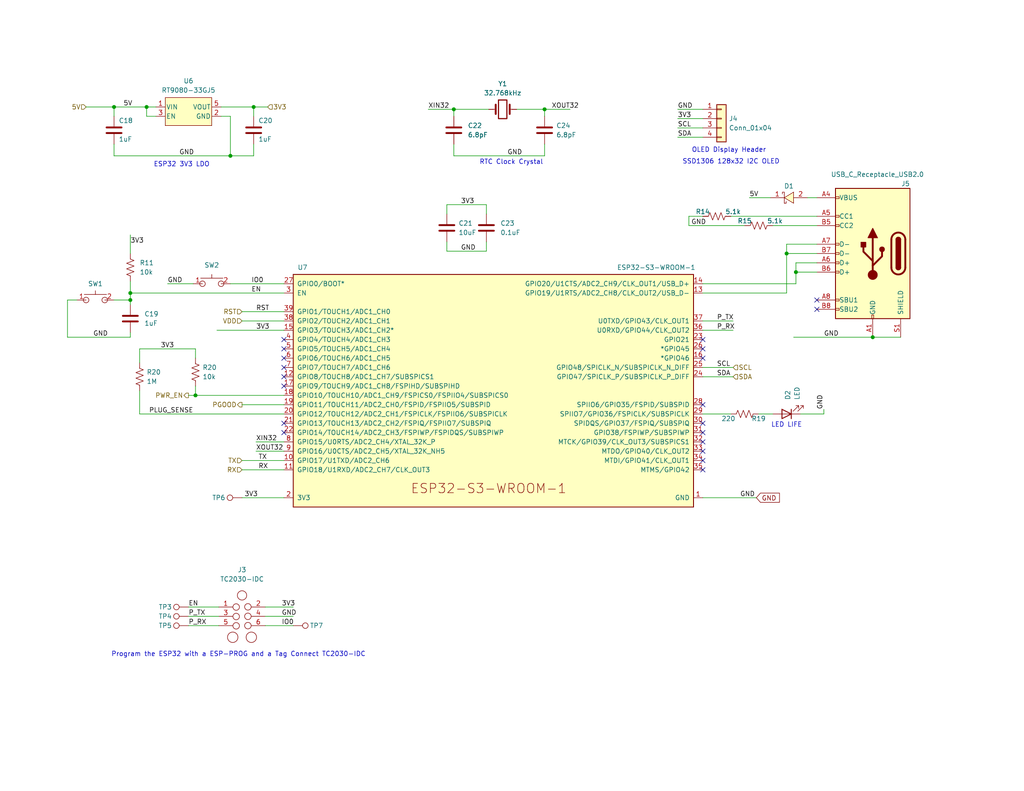
<source format=kicad_sch>
(kicad_sch (version 20231120) (generator "eeschema") (generator_version "8.0")
  (paper "A")
  (title_block (title "Bitaxe Ultra") (date "2023-12-10") (rev "204"))
  (lib_symbols
    (symbol "Connector:TestPoint" (pin_numbers hide) (pin_names (offset 0.762) hide)
      (property "Reference" "TP" (at 0 6.858 0))
      (property "Value" "TestPoint" (at 0 5.08 0))
      (symbol "TestPoint_0_1"
        (circle (center 0 3.302) (radius 0.762))
      )
      (symbol "TestPoint_1_1"
        (pin passive line (at 0 0 90) (length 2.54) (name "1") (number "1"))
      )
    )
    (symbol "Connector:USB_C_Receptacle_USB2.0" (pin_names (offset 1.016))
      (property "Reference" "J" (at -10.16 19.05 0))
      (property "Value" "USB_C_Receptacle_USB2.0" (at 19.05 19.05 0))
      (symbol "USB_C_Receptacle_USB2.0_0_0"
        (rectangle (start -0.254 -17.78) (end 0.254 -16.764))
        (rectangle (start 10.16 -14.986) (end 9.144 -15.494))
        (rectangle (start 10.16 -12.446) (end 9.144 -12.954))
        (rectangle (start 10.16 -4.826) (end 9.144 -5.334))
        (rectangle (start 10.16 -2.286) (end 9.144 -2.794))
        (rectangle (start 10.16 0.254) (end 9.144 -0.254))
        (rectangle (start 10.16 2.794) (end 9.144 2.286))
        (rectangle (start 10.16 7.874) (end 9.144 7.366))
        (rectangle (start 10.16 10.414) (end 9.144 9.906))
        (rectangle (start 10.16 15.494) (end 9.144 14.986))
      )
      (symbol "USB_C_Receptacle_USB2.0_0_1"
        (rectangle (start -10.16 17.78) (end 10.16 -17.78) (stroke (width 0.254)) (fill (type background)))
        (arc (start -8.89 -3.81) (mid -6.985 -5.7067) (end -5.08 -3.81) (stroke (width 0.508)))
        (arc (start -7.62 -3.81) (mid -6.985 -4.4423) (end -6.35 -3.81) (stroke (width 0.254)))
        (arc (start -7.62 -3.81) (mid -6.985 -4.4423) (end -6.35 -3.81) (stroke (width 0.254)) (fill (type outline)))
        (rectangle (start -7.62 -3.81) (end -6.35 3.81) (stroke (width 0.254)) (fill (type outline)))
        (arc (start -6.35 3.81) (mid -6.985 4.4423) (end -7.62 3.81) (stroke (width 0.254)))
        (arc (start -6.35 3.81) (mid -6.985 4.4423) (end -7.62 3.81) (stroke (width 0.254)) (fill (type outline)))
        (arc (start -5.08 3.81) (mid -6.985 5.7067) (end -8.89 3.81) (stroke (width 0.508)))
        (circle (center -2.54 1.143) (radius 0.635) (stroke (width 0.254)) (fill (type outline)))
        (circle (center 0 -5.842) (radius 1.27) (fill (type outline)))
        (polyline (pts (xy -8.89 -3.81) (xy -8.89 3.81)) (stroke (width 0.508)))
        (polyline (pts (xy -5.08 3.81) (xy -5.08 -3.81)) (stroke (width 0.508)))
        (polyline (pts (xy 0 -5.842) (xy 0 4.318)) (stroke (width 0.508)))
        (polyline (pts (xy 0 -3.302) (xy -2.54 -0.762) (xy -2.54 0.508)) (stroke (width 0.508)))
        (polyline (pts (xy 0 -2.032) (xy 2.54 0.508) (xy 2.54 1.778)) (stroke (width 0.508)))
        (polyline (pts (xy -1.27 4.318) (xy 0 6.858) (xy 1.27 4.318) (xy -1.27 4.318)) (stroke (width 0.254)) (fill (type outline)))
        (rectangle (start 1.905 1.778) (end 3.175 3.048) (stroke (width 0.254)) (fill (type outline)))
      )
      (symbol "USB_C_Receptacle_USB2.0_1_1"
        (pin passive line (at 0 -22.86 90) (length 5.08) (name "GND") (number "A1"))
        (pin passive line (at 0 -22.86 90) (length 5.08) hide (name "GND") (number "A12"))
        (pin passive line (at 15.24 15.24 180) (length 5.08) (name "VBUS") (number "A4"))
        (pin bidirectional line (at 15.24 10.16 180) (length 5.08) (name "CC1") (number "A5"))
        (pin bidirectional line (at 15.24 -2.54 180) (length 5.08) (name "D+") (number "A6"))
        (pin bidirectional line (at 15.24 2.54 180) (length 5.08) (name "D-") (number "A7"))
        (pin bidirectional line (at 15.24 -12.7 180) (length 5.08) (name "SBU1") (number "A8"))
        (pin passive line (at 15.24 15.24 180) (length 5.08) hide (name "VBUS") (number "A9"))
        (pin passive line (at 0 -22.86 90) (length 5.08) hide (name "GND") (number "B1"))
        (pin passive line (at 0 -22.86 90) (length 5.08) hide (name "GND") (number "B12"))
        (pin passive line (at 15.24 15.24 180) (length 5.08) hide (name "VBUS") (number "B4"))
        (pin bidirectional line (at 15.24 7.62 180) (length 5.08) (name "CC2") (number "B5"))
        (pin bidirectional line (at 15.24 -5.08 180) (length 5.08) (name "D+") (number "B6"))
        (pin bidirectional line (at 15.24 0 180) (length 5.08) (name "D-") (number "B7"))
        (pin bidirectional line (at 15.24 -15.24 180) (length 5.08) (name "SBU2") (number "B8"))
        (pin passive line (at 15.24 15.24 180) (length 5.08) hide (name "VBUS") (number "B9"))
        (pin passive line (at -7.62 -22.86 90) (length 5.08) (name "SHIELD") (number "S1"))
      )
    )
    (symbol "Connector_Generic:Conn_01x04" (pin_names (offset 1.016) hide)
      (property "Reference" "J" (at 0 5.08 0))
      (property "Value" "Conn_01x04" (at 0 -7.62 0))
      (symbol "Conn_01x04_1_1"
        (rectangle (start -1.27 -4.953) (end 0 -5.207) (stroke (width 0.1524)))
        (rectangle (start -1.27 -2.413) (end 0 -2.667) (stroke (width 0.1524)))
        (rectangle (start -1.27 0.127) (end 0 -0.127) (stroke (width 0.1524)))
        (rectangle (start -1.27 2.667) (end 0 2.413) (stroke (width 0.1524)))
        (rectangle (start -1.27 3.81) (end 1.27 -6.35) (stroke (width 0.254)) (fill (type background)))
        (pin passive line (at -5.08 2.54 0) (length 3.81) (name "Pin_1") (number "1"))
        (pin passive line (at -5.08 0 0) (length 3.81) (name "Pin_2") (number "2"))
        (pin passive line (at -5.08 -2.54 0) (length 3.81) (name "Pin_3") (number "3"))
        (pin passive line (at -5.08 -5.08 0) (length 3.81) (name "Pin_4") (number "4"))
      )
    )
    (symbol "Device:C" (pin_numbers hide) (pin_names (offset 0.254))
      (property "Reference" "C" (at 0.635 2.54 0))
      (property "Value" "C" (at 0.635 -2.54 0))
      (symbol "C_0_1"
        (polyline (pts (xy -2.032 -0.762) (xy 2.032 -0.762)) (stroke (width 0.508)))
        (polyline (pts (xy -2.032 0.762) (xy 2.032 0.762)) (stroke (width 0.508)))
      )
      (symbol "C_1_1"
        (pin passive line (at 0 3.81 270) (length 2.794) (name "~") (number "1"))
        (pin passive line (at 0 -3.81 90) (length 2.794) (name "~") (number "2"))
      )
    )
    (symbol "Device:Crystal" (pin_numbers hide) (pin_names (offset 1.016) hide)
      (property "Reference" "Y" (at 0 3.81 0))
      (property "Value" "Crystal" (at 0 -3.81 0))
      (symbol "Crystal_0_1"
        (rectangle (start -1.143 2.54) (end 1.143 -2.54) (stroke (width 0.3048)))
        (polyline (pts (xy -2.54 0) (xy -1.905 0)))
        (polyline (pts (xy -1.905 -1.27) (xy -1.905 1.27)) (stroke (width 0.508)))
        (polyline (pts (xy 1.905 -1.27) (xy 1.905 1.27)) (stroke (width 0.508)))
        (polyline (pts (xy 2.54 0) (xy 1.905 0)))
      )
      (symbol "Crystal_1_1"
        (pin passive line (at -3.81 0 0) (length 1.27) (name "1") (number "1"))
        (pin passive line (at 3.81 0 180) (length 1.27) (name "2") (number "2"))
      )
    )
    (symbol "Device:LED" (pin_numbers hide) (pin_names (offset 1.016) hide)
      (property "Reference" "D" (at 0 2.54 0))
      (property "Value" "LED" (at 0 -2.54 0))
      (symbol "LED_0_1"
        (polyline (pts (xy -1.27 -1.27) (xy -1.27 1.27)) (stroke (width 0.254)))
        (polyline (pts (xy -1.27 0) (xy 1.27 0)))
        (polyline (pts (xy 1.27 -1.27) (xy 1.27 1.27) (xy -1.27 0) (xy 1.27 -1.27)) (stroke (width 0.254)))
        (polyline (pts (xy -3.048 -0.762) (xy -4.572 -2.286) (xy -3.81 -2.286) (xy -4.572 -2.286) (xy -4.572 -1.524)))
        (polyline (pts (xy -1.778 -0.762) (xy -3.302 -2.286) (xy -2.54 -2.286) (xy -3.302 -2.286) (xy -3.302 -1.524)))
      )
      (symbol "LED_1_1"
        (pin passive line (at -3.81 0 0) (length 2.54) (name "K") (number "1"))
        (pin passive line (at 3.81 0 180) (length 2.54) (name "A") (number "2"))
      )
    )
    (symbol "Device:R_US" (pin_numbers hide) (pin_names (offset 0))
      (property "Reference" "R" (at 2.54 0 90))
      (property "Value" "R_US" (at -2.54 0 90))
      (symbol "R_US_0_1"
        (polyline (pts (xy 0 -2.286) (xy 0 -2.54)))
        (polyline (pts (xy 0 2.286) (xy 0 2.54)))
        (polyline (pts (xy 0 -0.762) (xy 1.016 -1.143) (xy 0 -1.524) (xy -1.016 -1.905) (xy 0 -2.286)))
        (polyline (pts (xy 0 0.762) (xy 1.016 0.381) (xy 0 0) (xy -1.016 -0.381) (xy 0 -0.762)))
        (polyline (pts (xy 0 2.286) (xy 1.016 1.905) (xy 0 1.524) (xy -1.016 1.143) (xy 0 0.762)))
      )
      (symbol "R_US_1_1"
        (pin passive line (at 0 3.81 270) (length 1.27) (name "~") (number "1"))
        (pin passive line (at 0 -3.81 90) (length 1.27) (name "~") (number "2"))
      )
    )
    (symbol "bitaxe:ESP32-S3-WROOM-1" (pin_names (offset 1.016))
      (property "Reference" "U12" (at -50.8 34.925 0))
      (property "Value" "ESP32-S3-WROOM-1" (at 45.72 34.925 0))
      (symbol "ESP32-S3-WROOM-1_0_0"
        (rectangle (start -53.34 33.02) (end 55.88 -30.48) (stroke (width 0.254)) (fill (type background)))
        (text "ESP32-S3-WROOM-1" (at 0 -25.4 0) (effects (font (size 2.54 2.54))))
        (pin power_in line (at 58.42 -27.94 180) (length 2.54) (name "GND") (number "1"))
        (pin bidirectional line (at -55.88 -17.78 0) (length 2.54) (name "GPIO17/U1TXD/ADC2_CH6") (number "10"))
        (pin bidirectional line (at -55.88 -20.32 0) (length 2.54) (name "GPIO18/U1RXD/ADC2_CH7/CLK_OUT3") (number "11"))
        (pin bidirectional line (at -55.88 5.08 0) (length 2.54) (name "GPIO8/TOUCH8/ADC1_CH7/SUBSPICS1") (number "12"))
        (pin bidirectional line (at 58.42 27.94 180) (length 2.54) (name "GPIO19/U1RTS/ADC2_CH8/CLK_OUT2/USB_D-") (number "13"))
        (pin bidirectional line (at 58.42 30.48 180) (length 2.54) (name "GPIO20/U1CTS/ADC2_CH9/CLK_OUT1/USB_D+") (number "14"))
        (pin bidirectional line (at -55.88 17.78 0) (length 2.54) (name "GPIO3/TOUCH3/ADC1_CH2*") (number "15"))
        (pin bidirectional line (at 58.42 10.16 180) (length 2.54) (name "*GPIO46") (number "16"))
        (pin bidirectional line (at -55.88 2.54 0) (length 2.54) (name "GPIO9/TOUCH9/ADC1_CH8/FSPIHD/SUBSPIHD") (number "17"))
        (pin bidirectional line (at -55.88 0 0) (length 2.54) (name "GPIO10/TOUCH10/ADC1_CH9/FSPICS0/FSPIIO4/SUBSPICS0") (number "18"))
        (pin bidirectional line (at -55.88 -2.54 0) (length 2.54) (name "GPIO11/TOUCH11/ADC2_CH0/FSPID/FSPIIO5/SUBSPID") (number "19"))
        (pin power_in line (at -55.88 -27.94 0) (length 2.54) (name "3V3") (number "2"))
        (pin bidirectional line (at -55.88 -5.08 0) (length 2.54) (name "GPIO12/TOUCH12/ADC2_CH1/FSPICLK/FSPIIO6/SUBSPICLK") (number "20"))
        (pin bidirectional line (at -55.88 -7.62 0) (length 2.54) (name "GPIO13/TOUCH13/ADC2_CH2/FSPIQ/FSPIIO7/SUBSPIQ") (number "21"))
        (pin bidirectional line (at -55.88 -10.16 0) (length 2.54) (name "GPIO14/TOUCH14/ADC2_CH3/FSPIWP/FSPIDQS/SUBSPIWP") (number "22"))
        (pin bidirectional line (at 58.42 15.24 180) (length 2.54) (name "GPIO21") (number "23"))
        (pin bidirectional line (at 58.42 5.08 180) (length 2.54) (name "GPIO47/SPICLK_P/SUBSPICLK_P_DIFF") (number "24"))
        (pin bidirectional line (at 58.42 7.62 180) (length 2.54) (name "GPIO48/SPICLK_N/SUBSPICLK_N_DIFF") (number "25"))
        (pin bidirectional line (at 58.42 12.7 180) (length 2.54) (name "*GPIO45") (number "26"))
        (pin bidirectional line (at -55.88 30.48 0) (length 2.54) (name "GPIO0/BOOT*") (number "27"))
        (pin bidirectional line (at 58.42 -2.54 180) (length 2.54) (name "SPIIO6/GPIO35/FSPID/SUBSPID") (number "28"))
        (pin bidirectional line (at 58.42 -5.08 180) (length 2.54) (name "SPIIO7/GPIO36/FSPICLK/SUBSPICLK") (number "29"))
        (pin input line (at -55.88 27.94 0) (length 2.54) (name "EN") (number "3"))
        (pin bidirectional line (at 58.42 -7.62 180) (length 2.54) (name "SPIDQS/GPIO37/FSPIQ/SUBSPIQ") (number "30"))
        (pin bidirectional line (at 58.42 -10.16 180) (length 2.54) (name "GPIO38/FSPIWP/SUBSPIWP") (number "31"))
        (pin bidirectional line (at 58.42 -12.7 180) (length 2.54) (name "MTCK/GPIO39/CLK_OUT3/SUBSPICS1") (number "32"))
        (pin bidirectional line (at 58.42 -15.24 180) (length 2.54) (name "MTDO/GPIO40/CLK_OUT2") (number "33"))
        (pin bidirectional line (at 58.42 -17.78 180) (length 2.54) (name "MTDI/GPIO41/CLK_OUT1") (number "34"))
        (pin bidirectional line (at 58.42 -20.32 180) (length 2.54) (name "MTMS/GPIO42") (number "35"))
        (pin bidirectional line (at 58.42 17.78 180) (length 2.54) (name "U0RXD/GPIO44/CLK_OUT2") (number "36"))
        (pin bidirectional line (at 58.42 20.32 180) (length 2.54) (name "U0TXD/GPIO43/CLK_OUT1") (number "37"))
        (pin bidirectional line (at -55.88 20.32 0) (length 2.54) (name "GPIO2/TOUCH2/ADC1_CH1") (number "38"))
        (pin bidirectional line (at -55.88 22.86 0) (length 2.54) (name "GPIO1/TOUCH1/ADC1_CH0") (number "39"))
        (pin bidirectional line (at -55.88 15.24 0) (length 2.54) (name "GPIO4/TOUCH4/ADC1_CH3") (number "4"))
        (pin passive line (at 58.42 -27.94 180) (length 2.54) hide (name "GND") (number "40"))
        (pin passive line (at 58.42 -27.94 180) (length 2.54) hide (name "GND") (number "41"))
        (pin bidirectional line (at -55.88 12.7 0) (length 2.54) (name "GPIO5/TOUCH5/ADC1_CH4") (number "5"))
        (pin bidirectional line (at -55.88 10.16 0) (length 2.54) (name "GPIO6/TOUCH6/ADC1_CH5") (number "6"))
        (pin bidirectional line (at -55.88 7.62 0) (length 2.54) (name "GPIO7/TOUCH7/ADC1_CH6") (number "7"))
        (pin bidirectional line (at -55.88 -12.7 0) (length 2.54) (name "GPIO15/U0RTS/ADC2_CH4/XTAL_32K_P") (number "8"))
        (pin bidirectional line (at -55.88 -15.24 0) (length 2.54) (name "GPIO16/U0CTS/ADC2_CH5/XTAL_32K_NH5") (number "9"))
      )
    )
    (symbol "bitaxe:GT-TC029B-H025-L1N"
      (property "Reference" "SW2" (at 0 3.81 0))
      (symbol "GT-TC029B-H025-L1N_0_1"
        (circle (center -2.54 0) (radius 0.76))
        (polyline (pts (xy -3.05 1.52) (xy 3.05 1.52)))
        (polyline (pts (xy 0 1.52) (xy 0 2.54)))
        (circle (center 2.54 0) (radius 0.76))
        (pin unspecified line (at -5.08 0 0) (length 2.54) (name "~") (number "1"))
        (pin unspecified line (at 5.08 0 180) (length 2.54) (name "~") (number "2"))
      )
    )
    (symbol "bitaxe:RT9080-33GJ5" (pin_names (offset 0.254))
      (property "Reference" "U" (at -6.35 5.08 0))
      (property "Value" "RT9080-33GJ5" (at 0 -5.08 0))
      (symbol "RT9080-33GJ5_1_1"
        (rectangle (start -6.35 3.81) (end 6.35 -3.81) (stroke (width 0.1524)) (fill (type background)))
        (pin power_in line (at -8.89 1.27 0) (length 2.54) (name "VIN") (number "1"))
        (pin power_in line (at 8.89 -1.27 180) (length 2.54) (name "GND") (number "2"))
        (pin input line (at -8.89 -1.27 0) (length 2.54) (name "EN") (number "3"))
        (pin no_connect line (at 0 6.35 270) (length 2.54) hide (name "NC") (number "4"))
        (pin output line (at 8.89 1.27 180) (length 2.54) (name "VOUT") (number "5"))
      )
    )
    (symbol "bitaxe:TC2030-IDC-NL" (pin_names (offset 1.016) hide)
      (property "Reference" "J5" (at 0 12.7 0))
      (property "Value" "TC2030-IDC" (at 0 10.16 0))
      (symbol "TC2030-IDC-NL_0_1"
        (circle (center -2.54 -5.715) (radius 1.4224))
        (circle (center -1.6002 2.54) (radius 0.889))
        (circle (center 0 5.715) (radius 1.27))
      )
      (symbol "TC2030-IDC-NL_1_1"
        (circle (center -1.6002 -2.5908) (radius 0.889))
        (circle (center -1.6002 -0.0508) (radius 0.889))
        (circle (center 1.6002 -2.54) (radius 0.889))
        (circle (center 1.6002 0) (radius 0.889))
        (circle (center 1.6002 2.5908) (radius 0.889))
        (circle (center 2.54 -5.715) (radius 1.4224))
        (pin passive line (at -6.35 2.54 0) (length 3.81) (name "Pin_1") (number "1"))
        (pin passive line (at 6.35 2.54 180) (length 3.81) (name "Pin_2") (number "2"))
        (pin passive line (at -6.35 0 0) (length 3.81) (name "Pin_3") (number "3"))
        (pin passive line (at 6.35 0 180) (length 3.81) (name "Pin_4") (number "4"))
        (pin passive line (at -6.35 -2.54 0) (length 3.81) (name "Pin_5") (number "5"))
        (pin passive line (at 6.35 -2.54 180) (length 3.81) (name "Pin_6") (number "6"))
      )
    )
    (symbol "lcsc:SS310_C85658"
      (property "Reference" "D" (at 0 5.08 0))
      (property "Value" "SS310_C85658" (at 0 -5.08 0))
      (symbol "SS310_C85658_0_1"
        (polyline (pts (xy -1.27 -1.52) (xy -1.27 1.52)))
        (polyline (pts (xy -1.27 -1.52) (xy -0.76 -1.52) (xy -0.76 -1.02)))
        (polyline (pts (xy -1.27 1.52) (xy -1.78 1.52) (xy -1.78 1.02)))
        (polyline (pts (xy 1.27 1.52) (xy -1.27 0) (xy 1.27 -1.52) (xy 1.27 1.52)) (fill (type background)))
        (pin unspecified line (at -5.08 0 0) (length 3.81) (name "~") (number "1"))
        (pin unspecified line (at 5.08 0 180) (length 3.81) (name "~") (number "2"))
      )
    )
  )
  (junction (at 214.63 69.215))
  (junction (at 123.825 29.845))
  (junction (at 238.125 92.075))
  (junction (at 62.865 42.545))
  (junction (at 217.17 74.295))
  (junction (at 53.34 107.95))
  (junction (at 40.005 29.21))
  (junction (at 148.59 29.845))
  (junction (at 35.56 80.01))
  (junction (at 35.56 81.915))
  (junction (at 69.215 29.21))
  (junction (at 31.115 29.21))
  (no_connect (at 222.885 81.915))
  (no_connect (at 77.47 118.11))
  (no_connect (at 191.77 120.65))
  (no_connect (at 191.77 115.57))
  (no_connect (at 191.77 123.19))
  (no_connect (at 77.47 95.25))
  (no_connect (at 77.47 102.87))
  (no_connect (at 77.47 92.71))
  (no_connect (at 191.77 128.27))
  (no_connect (at 77.47 97.79))
  (no_connect (at 191.77 97.79))
  (no_connect (at 191.77 110.49))
  (no_connect (at 191.77 125.73))
  (no_connect (at 77.47 115.57))
  (no_connect (at 191.77 92.71))
  (no_connect (at 191.77 95.25))
  (no_connect (at 77.47 105.41))
  (no_connect (at 191.77 118.11))
  (no_connect (at 222.885 84.455))
  (no_connect (at 77.47 100.33))
  (wire (pts (xy 187.96 59.055) (xy 191.77 59.055)))
  (wire (pts (xy 121.92 55.88) (xy 121.92 58.42)))
  (wire (pts (xy 31.115 29.21) (xy 31.115 31.75)))
  (wire (pts (xy 216.535 92.075) (xy 238.125 92.075)))
  (wire (pts (xy 35.56 80.01) (xy 35.56 81.915)))
  (wire (pts (xy 224.79 111.76) (xy 224.79 113.03)))
  (wire (pts (xy 60.325 31.75) (xy 62.865 31.75)))
  (wire (pts (xy 140.97 29.845) (xy 148.59 29.845)))
  (wire (pts (xy 72.39 168.275) (xy 80.01 168.275)))
  (wire (pts (xy 207.01 113.03) (xy 210.82 113.03)))
  (wire (pts (xy 69.215 39.37) (xy 69.215 42.545)))
  (wire (pts (xy 66.04 110.49) (xy 77.47 110.49)))
  (wire (pts (xy 132.715 68.58) (xy 121.92 68.58)))
  (wire (pts (xy 238.125 92.075) (xy 245.745 92.075)))
  (wire (pts (xy 62.865 31.75) (xy 62.865 42.545)))
  (wire (pts (xy 123.825 42.545) (xy 123.825 39.37)))
  (wire (pts (xy 35.56 76.835) (xy 35.56 80.01)))
  (wire (pts (xy 72.39 165.735) (xy 80.01 165.735)))
  (wire (pts (xy 69.215 29.21) (xy 69.215 31.75)))
  (wire (pts (xy 38.1 99.06) (xy 38.1 95.25)))
  (wire (pts (xy 77.47 125.73) (xy 66.04 125.73)))
  (wire (pts (xy 132.715 66.04) (xy 132.715 68.58)))
  (wire (pts (xy 40.005 29.21) (xy 42.545 29.21)))
  (wire (pts (xy 18.415 81.915) (xy 18.415 92.075)))
  (wire (pts (xy 148.59 29.845) (xy 155.575 29.845)))
  (wire (pts (xy 69.85 120.65) (xy 77.47 120.65)))
  (wire (pts (xy 77.47 85.09) (xy 66.04 85.09)))
  (wire (pts (xy 45.72 77.47) (xy 52.705 77.47)))
  (wire (pts (xy 214.63 69.215) (xy 214.63 80.01)))
  (wire (pts (xy 116.84 29.845) (xy 123.825 29.845)))
  (wire (pts (xy 31.115 81.915) (xy 35.56 81.915)))
  (wire (pts (xy 123.825 42.545) (xy 148.59 42.545)))
  (wire (pts (xy 203.2 61.595) (xy 187.96 61.595)))
  (wire (pts (xy 123.825 29.845) (xy 123.825 31.75)))
  (wire (pts (xy 23.495 29.21) (xy 31.115 29.21)))
  (wire (pts (xy 18.415 92.075) (xy 35.56 92.075)))
  (wire (pts (xy 72.39 170.815) (xy 80.01 170.815)))
  (wire (pts (xy 217.17 74.295) (xy 222.885 74.295)))
  (wire (pts (xy 199.39 59.055) (xy 222.885 59.055)))
  (wire (pts (xy 69.85 123.19) (xy 77.47 123.19)))
  (wire (pts (xy 184.912 29.845) (xy 191.77 29.845)))
  (wire (pts (xy 35.56 81.915) (xy 35.56 83.185)))
  (wire (pts (xy 191.77 90.17) (xy 200.025 90.17)))
  (wire (pts (xy 35.56 80.01) (xy 77.47 80.01)))
  (wire (pts (xy 222.885 66.675) (xy 214.63 66.675)))
  (wire (pts (xy 77.47 128.27) (xy 66.04 128.27)))
  (wire (pts (xy 214.63 69.215) (xy 222.885 69.215)))
  (wire (pts (xy 123.825 29.845) (xy 133.35 29.845)))
  (wire (pts (xy 51.435 170.815) (xy 59.69 170.815)))
  (wire (pts (xy 191.77 102.87) (xy 200.025 102.87)))
  (wire (pts (xy 69.215 29.21) (xy 73.025 29.21)))
  (wire (pts (xy 31.115 29.21) (xy 40.005 29.21)))
  (wire (pts (xy 38.1 113.03) (xy 77.47 113.03)))
  (wire (pts (xy 51.435 107.95) (xy 53.34 107.95)))
  (wire (pts (xy 184.912 34.925) (xy 191.77 34.925)))
  (wire (pts (xy 53.34 107.95) (xy 77.47 107.95)))
  (wire (pts (xy 191.77 135.89) (xy 206.375 135.89)))
  (wire (pts (xy 51.435 168.275) (xy 59.69 168.275)))
  (wire (pts (xy 31.115 42.545) (xy 31.115 39.37)))
  (wire (pts (xy 66.04 87.63) (xy 77.47 87.63)))
  (wire (pts (xy 35.56 90.805) (xy 35.56 92.075)))
  (wire (pts (xy 121.92 68.58) (xy 121.92 66.04)))
  (wire (pts (xy 59.182 90.17) (xy 77.47 90.17)))
  (wire (pts (xy 62.865 77.47) (xy 77.47 77.47)))
  (wire (pts (xy 187.96 61.595) (xy 187.96 59.055)))
  (wire (pts (xy 42.545 31.75) (xy 40.005 31.75)))
  (wire (pts (xy 148.59 29.845) (xy 148.59 31.75)))
  (wire (pts (xy 51.435 165.735) (xy 59.69 165.735)))
  (wire (pts (xy 191.77 77.47) (xy 217.17 77.47)))
  (wire (pts (xy 191.77 100.33) (xy 200.025 100.33)))
  (wire (pts (xy 217.17 74.295) (xy 217.17 71.755)))
  (wire (pts (xy 20.955 81.915) (xy 18.415 81.915)))
  (wire (pts (xy 217.17 77.47) (xy 217.17 74.295)))
  (wire (pts (xy 191.77 87.63) (xy 200.025 87.63)))
  (wire (pts (xy 40.005 31.75) (xy 40.005 29.21)))
  (wire (pts (xy 148.59 39.37) (xy 148.59 42.545)))
  (wire (pts (xy 132.715 55.88) (xy 121.92 55.88)))
  (wire (pts (xy 53.34 105.41) (xy 53.34 107.95)))
  (wire (pts (xy 220.345 53.975) (xy 222.885 53.975)))
  (wire (pts (xy 210.82 61.595) (xy 222.885 61.595)))
  (wire (pts (xy 38.1 95.25) (xy 53.34 95.25)))
  (wire (pts (xy 191.77 113.03) (xy 199.39 113.03)))
  (wire (pts (xy 217.17 71.755) (xy 222.885 71.755)))
  (wire (pts (xy 191.77 80.01) (xy 214.63 80.01)))
  (wire (pts (xy 53.34 97.79) (xy 53.34 95.25)))
  (wire (pts (xy 66.04 135.89) (xy 77.47 135.89)))
  (wire (pts (xy 184.912 37.465) (xy 191.77 37.465)))
  (wire (pts (xy 132.715 58.42) (xy 132.715 55.88)))
  (wire (pts (xy 184.912 32.385) (xy 191.77 32.385)))
  (wire (pts (xy 69.215 42.545) (xy 62.865 42.545)))
  (wire (pts (xy 218.44 113.03) (xy 224.79 113.03)))
  (wire (pts (xy 35.56 64.135) (xy 35.56 69.215)))
  (wire (pts (xy 60.325 29.21) (xy 69.215 29.21)))
  (wire (pts (xy 214.63 66.675) (xy 214.63 69.215)))
  (wire (pts (xy 204.47 53.975) (xy 210.185 53.975)))
  (wire (pts (xy 62.865 42.545) (xy 31.115 42.545)))
  (wire (pts (xy 38.1 106.68) (xy 38.1 113.03)))
  (text "RTC Clock Crystal" (at 130.81 45.085 0) (effects (font (size 1.27 1.27)) (justify left bottom)))
  (text "ESP32 3V3 LDO" (at 41.91 45.72 0) (effects (font (size 1.27 1.27)) (justify left bottom)))
  (text "Program the ESP32 with a ESP-PROG and a Tag Connect TC2030-IDC" (at 30.353 179.451 0) (effects (font (size 1.27 1.27)) (justify left bottom)))
  (text "SSD1306 128x32 I2C OLED" (at 186.182 44.958 0) (effects (font (size 1.27 1.27)) (justify left bottom)))
  (text "OLED Display Header" (at 188.722 41.783 0) (effects (font (size 1.27 1.27)) (justify left bottom)))
  (text "LED LIFE" (at 214.63 116.078 0) (effects (font (size 1.27 1.27))))
  (label "P_RX" (at 51.435 170.815 0))
  (label "RST" (at 69.85 85.09 0))
  (label "5V" (at 204.47 53.975 0))
  (label "P_TX" (at 51.435 168.275 0))
  (label "3V3" (at 43.815 95.25 0))
  (label "EN" (at 51.435 165.735 0))
  (label "GND" (at 184.912 29.845 0))
  (label "GND" (at 224.79 92.075 0))
  (label "XOUT32" (at 150.495 29.845 0))
  (label "EN" (at 68.58 80.01 0))
  (label "P_RX" (at 195.58 90.17 0))
  (label "IO0" (at 68.58 77.47 0))
  (label "GND" (at 125.73 68.58 0))
  (label "3V3" (at 66.675 135.89 0))
  (label "SDA" (at 195.58 102.87 0))
  (label "GND" (at 224.79 111.76 90))
  (label "GND" (at 188.595 61.595 0))
  (label "XIN32" (at 69.85 120.65 0))
  (label "TX" (at 70.485 125.73 0))
  (label "GND" (at 138.43 42.545 0))
  (label "3V3" (at 76.835 165.735 0))
  (label "3V3" (at 69.85 90.17 0))
  (label "IO0" (at 76.835 170.815 0))
  (label "SCL" (at 195.58 100.33 0))
  (label "XOUT32" (at 69.85 123.19 0))
  (label "SCL" (at 184.912 34.925 0))
  (label "XIN32" (at 116.84 29.845 0))
  (label "GND" (at 201.93 135.89 0))
  (label "GND" (at 45.72 77.47 0))
  (label "SDA" (at 184.912 37.465 0))
  (label "PLUG_SENSE" (at 40.64 113.03 0))
  (label "3V3" (at 125.73 55.88 0))
  (label "P_TX" (at 195.58 87.63 0))
  (label "3V3" (at 184.912 32.385 0))
  (label "GND" (at 25.4 92.075 0))
  (label "5V" (at 33.655 29.21 0))
  (label "GND" (at 76.835 168.275 0))
  (label "GND" (at 48.895 42.545 0))
  (label "3V3" (at 35.56 66.675 0))
  (label "RX" (at 70.485 128.27 0))
  (global_label "GND" (shape input) (at 206.375 135.89 0) (property "Intersheetrefs" "${INTERSHEET_REFS}" (effects (hide yes))))
  (hierarchical_label "TX" (shape input) (at 66.04 125.73 180))
  (hierarchical_label "RX" (shape input) (at 66.04 128.27 180))
  (hierarchical_label "3V3" (shape input) (at 73.025 29.21 0))
  (hierarchical_label "SCL" (shape input) (at 200.025 100.33 0))
  (hierarchical_label "RST" (shape input) (at 66.04 85.09 180))
  (hierarchical_label "SDA" (shape input) (at 200.025 102.87 0))
  (hierarchical_label "PGOOD" (shape output) (at 66.04 110.49 180))
  (hierarchical_label "PWR_EN" (shape output) (at 51.435 107.95 180))
  (hierarchical_label "5V" (shape input) (at 23.495 29.21 180))
  (hierarchical_label "VDD" (shape input) (at 66.04 87.63 180))
  (symbol (lib_id "Device:C") (at 35.56 86.995 0) (unit 1)
    (property "Reference" "C19" (at 39.37 85.7249 0) (effects (justify left)))
    (property "Value" "1uF" (at 39.37 88.2649 0) (effects (justify left)))
    (property "Footprint" "Capacitor_SMD:C_0402_1005Metric" (effects (hide yes)))
    (property "DK" "587-5514-1-ND" (effects (hide yes)))
    (property "PARTNO" "EMK105BJ105MV-F" (effects (hide yes)))
  )
  (symbol (lib_id "Device:C") (at 123.825 35.56 0) (unit 1)
    (property "Reference" "C22" (at 127.635 34.2899 0) (effects (justify left)))
    (property "Value" "6.8pF" (at 127.635 36.8299 0) (effects (justify left)))
    (property "Footprint" "Capacitor_SMD:C_0402_1005Metric" (effects (hide yes)))
    (property "DK" "399-C0402C689C5GAC7867CT-ND" (effects (hide yes)))
    (property "PARTNO" "C0402C689C5GAC7867" (effects (hide yes)))
  )
  (symbol (lib_id "Device:R_US") (at 207.01 61.595 90) (unit 1)
    (property "Reference" "R15" (at 203.2 60.325 90))
    (property "Value" "5.1k" (at 211.455 60.325 90))
    (property "Footprint" "Resistor_SMD:R_0402_1005Metric" (effects (hide yes)))
    (property "DK" "RMCF0402JT5K10CT-ND" (effects (hide yes)))
    (property "PARTNO" "RMCF0402JT5K10" (effects (hide yes)))
  )
  (symbol (lib_id "Device:C") (at 132.715 62.23 0) (unit 1)
    (property "Reference" "C23" (at 136.525 60.9599 0) (effects (justify left)))
    (property "Value" "0.1uF" (at 136.525 63.4999 0) (effects (justify left)))
    (property "Footprint" "Capacitor_SMD:C_0402_1005Metric" (effects (hide yes)))
    (property "DK" "1292-1639-1-ND" (effects (hide yes)))
    (property "PARTNO" "0402X104K100CT" (effects (hide yes)))
  )
  (symbol (lib_id "Device:R_US") (at 38.1 102.87 0) (unit 1)
    (property "Reference" "R20" (at 40.005 101.6 0) (effects (justify left)))
    (property "Value" "1M" (at 40.005 104.14 0) (effects (justify left)))
    (property "Footprint" "Resistor_SMD:R_0402_1005Metric" (effects (hide yes)))
    (property "DK" "311-1.00MLRCT-ND" (effects (hide yes)))
    (property "PARTNO" "RC0402FR-071ML" (effects (hide yes)))
  )
  (symbol (lib_id "Connector_Generic:Conn_01x04") (at 196.85 32.385 0) (unit 1)
    (property "Reference" "J4" (at 198.882 32.3849 0) (effects (justify left)))
    (property "Value" "Conn_01x04" (at 198.882 34.9249 0) (effects (justify left)))
    (property "Footprint" "Connector_PinSocket_2.54mm:PinSocket_1x04_P2.54mm_Vertical_SMD_Pin1Right" (effects (hide yes)))
    (property "DK" "S5596-ND" (effects (hide yes)))
    (property "PARTNO" "NPTC041KFXC-RC" (effects (hide yes)))
  )
  (symbol (lib_id "bitaxe:GT-TC029B-H025-L1N") (at 57.785 77.47 0) (unit 1)
    (property "Reference" "SW2" (at 57.785 72.39 0))
    (property "Value" "GT-TC029B-H025-L1N" (effects (hide yes)))
    (property "Footprint" "bitaxe:SW_CS1213AGF260_CRS" (effects (hide yes)))
    (property "Datasheet" "https://www.citrelay.com/Catalog%20Pages/SwitchCatalog/CS1213.pdf" (effects (hide yes)))
    (property "DK" "2449-CS1213AGF260CT-ND" (effects (hide yes)))
    (property "PARTNO" "CS1213AGF260" (effects (hide yes)))
  )
  (symbol (lib_id "Device:C") (at 148.59 35.56 0) (unit 1)
    (property "Reference" "C24" (at 151.765 34.2899 0) (effects (justify left)))
    (property "Value" "6.8pF" (at 151.765 36.8299 0) (effects (justify left)))
    (property "Footprint" "Capacitor_SMD:C_0402_1005Metric" (effects (hide yes)))
    (property "DK" "399-C0402C689C5GAC7867CT-ND" (effects (hide yes)))
    (property "PARTNO" "C0402C689C5GAC7867" (effects (hide yes)))
  )
  (symbol (lib_id "bitaxe:RT9080-33GJ5") (at 51.435 30.48 0) (unit 1)
    (property "Reference" "U6" (at 51.435 22.098 0))
    (property "Value" "RT9080-33GJ5" (at 51.435 24.638 0))
    (property "Footprint" "bitaxe:RT9080-33GJ5" (effects (hide yes)))
    (property "Datasheet" "https://www.richtek.com/assets/product_file/RT9080/DS9080-05.pdf" (effects (hide yes)))
    (property "DK" "1028-1509-1-ND" (effects (hide yes)))
    (property "PARTNO" "RT9080-33GJ5" (effects (hide yes)))
  )
  (symbol (lib_id "Connector:TestPoint") (at 51.435 168.275 90) (mirror x) (unit 1) (in_bom no)
    (property "Reference" "TP4" (at 45.085 168.275 90))
    (property "Value" "TestPoint" (effects (hide yes)))
    (property "Footprint" "TestPoint:TestPoint_Pad_D1.5mm" (effects (hide yes)))
  )
  (symbol (lib_id "Connector:TestPoint") (at 80.01 170.815 270) (mirror x) (unit 1) (in_bom no)
    (property "Reference" "TP7" (at 86.36 170.815 90))
    (property "Value" "TestPoint" (effects (hide yes)))
    (property "Footprint" "TestPoint:TestPoint_Pad_D1.5mm" (effects (hide yes)))
  )
  (symbol (lib_id "Device:LED") (at 214.63 113.03 180) (unit 1)
    (property "Reference" "D2" (at 214.9474 109.22 90) (effects (justify right)))
    (property "Value" "LED" (at 217.4874 109.22 90) (effects (justify right)))
    (property "Footprint" "LED_SMD:LED_0805_2012Metric_Pad1.15x1.40mm_HandSolder" (effects (hide yes)))
    (property "Description" "Light emitting diode" (effects (hide yes)))
  )
  (symbol (lib_id "Device:R_US") (at 195.58 59.055 90) (unit 1)
    (property "Reference" "R14" (at 191.77 57.785 90))
    (property "Value" "5.1k" (at 200.025 57.785 90))
    (property "Footprint" "Resistor_SMD:R_0402_1005Metric" (effects (hide yes)))
    (property "DK" "RMCF0402JT5K10CT-ND" (effects (hide yes)))
    (property "PARTNO" "RMCF0402JT5K10" (effects (hide yes)))
  )
  (symbol (lib_id "Device:R_US") (at 35.56 73.025 0) (unit 1)
    (property "Reference" "R11" (at 38.1 71.7549 0) (effects (justify left)))
    (property "Value" "10k" (at 38.1 74.2949 0) (effects (justify left)))
    (property "Footprint" "Resistor_SMD:R_0402_1005Metric" (effects (hide yes)))
    (property "DK" "311-10KJRCT-ND" (effects (hide yes)))
    (property "PARTNO" "RC0402JR-0710KL" (effects (hide yes)))
  )
  (symbol (lib_id "lcsc:SS310_C85658") (at 215.265 53.975 0) (unit 1)
    (property "Reference" "D1" (at 215.265 50.8 0))
    (property "Value" "SS310" (effects (hide yes)))
    (property "Footprint" "Diode_SMD:D_SMA" (effects (hide yes)))
    (property "Datasheet" "https://www.mccsemi.com/pdf/Products/SK32A-L-SK310A-L(DO-214AC).pdf" (effects (hide yes)))
    (property "DK" "SK310A-LTPMSCT-ND" (effects (hide yes)))
    (property "PARTNO" "SK310A-LTP" (effects (hide yes)))
  )
  (symbol (lib_id "bitaxe:TC2030-IDC-NL") (at 66.04 168.275 0) (unit 1) (in_bom no)
    (property "Reference" "J3" (at 66.04 155.575 0))
    (property "Value" "TC2030-IDC" (at 66.04 158.115 0))
    (property "Footprint" "bitaxe:Tag-Connect_TC2030-IDC-NL_2x03_P1.27mm_Vertical" (effects (hide yes)))
  )
  (symbol (lib_id "Device:C") (at 69.215 35.56 0) (unit 1)
    (property "Reference" "C20" (at 70.485 33.655 0) (effects (justify left bottom)))
    (property "Value" "1uF" (at 70.485 38.735 0) (effects (justify left bottom)))
    (property "Footprint" "Capacitor_SMD:C_0402_1005Metric" (effects (hide yes)))
    (property "DK" "587-5514-1-ND" (effects (hide yes)))
    (property "PARTNO" "EMK105BJ105MV-F" (effects (hide yes)))
  )
  (symbol (lib_id "Device:C") (at 121.92 62.23 0) (unit 1)
    (property "Reference" "C21" (at 125.095 60.9599 0) (effects (justify left)))
    (property "Value" "10uF" (at 125.095 63.4999 0) (effects (justify left)))
    (property "Footprint" "Capacitor_SMD:C_0805_2012Metric" (effects (hide yes)))
    (property "DK" "1276-1096-1-ND" (effects (hide yes)))
    (property "PARTNO" "CL21A106KOQNNNE" (effects (hide yes)))
  )
  (symbol (lib_id "Device:Crystal") (at 137.16 29.845 0) (unit 1)
    (property "Reference" "Y1" (at 137.16 22.86 0))
    (property "Value" "32.768kHz" (at 137.16 25.4 0))
    (property "Footprint" "bitaxe:SC32S-7PF20PPM" (effects (hide yes)))
    (property "Datasheet" "https://www.sii.co.jp/en/quartz/files/2013/03/SC-32S_Leaflet_e20151217.pdf" (effects (hide yes)))
    (property "DK" "728-1074-1-ND" (effects (hide yes)))
    (property "PARTNO" "SC32S-7PF20PPM" (effects (hide yes)))
  )
  (symbol (lib_id "Device:R_US") (at 53.34 101.6 0) (unit 1)
    (property "Reference" "R20" (at 55.245 100.33 0) (effects (justify left)))
    (property "Value" "10k" (at 55.245 102.87 0) (effects (justify left)))
    (property "Footprint" "Resistor_SMD:R_0402_1005Metric" (effects (hide yes)))
    (property "DK" "311-10KJRCT-ND" (effects (hide yes)))
    (property "PARTNO" "RC0402JR-0710KL" (effects (hide yes)))
  )
  (symbol (lib_id "Device:R_US") (at 203.2 113.03 270) (unit 1)
    (property "Reference" "R19" (at 207.01 114.3 90))
    (property "Value" "220" (at 198.755 114.3 90))
    (property "Footprint" "Resistor_SMD:R_0402_1005Metric" (effects (hide yes)))
    (property "DK" "RMCF0402JT5K10CT-ND" (effects (hide yes)))
    (property "PARTNO" "RMCF0402JT5K10" (effects (hide yes)))
  )
  (symbol (lib_id "Connector:USB_C_Receptacle_USB2.0") (at 238.125 69.215 0) (mirror y) (unit 1)
    (property "Reference" "J5" (at 248.285 50.165 0) (effects (justify left)))
    (property "Value" "USB_C_Receptacle_USB2.0" (at 226.695 47.625 0) (effects (justify right)))
    (property "Footprint" "Connector_USB:USB_C_Receptacle_GCT_USB4105-xx-A_16P_TopMnt_Horizontal" (effects (hide yes)))
    (property "Datasheet" "https://gct.co/connector/usb4105" (effects (hide yes)))
    (property "DK" "2073-USB4105-GF-ACT-ND" (effects (hide yes)))
    (property "PARTNO" "USB4105-GF-A" (effects (hide yes)))
  )
  (symbol (lib_id "Connector:TestPoint") (at 66.04 135.89 90) (mirror x) (unit 1) (in_bom no)
    (property "Reference" "TP6" (at 59.69 135.89 90))
    (property "Value" "TestPoint" (effects (hide yes)))
    (property "Footprint" "TestPoint:TestPoint_Pad_D1.5mm" (effects (hide yes)))
  )
  (symbol (lib_id "Connector:TestPoint") (at 51.435 165.735 90) (mirror x) (unit 1) (in_bom no)
    (property "Reference" "TP3" (at 45.085 165.735 90))
    (property "Value" "TestPoint" (effects (hide yes)))
    (property "Footprint" "TestPoint:TestPoint_Pad_D1.5mm" (effects (hide yes)))
  )
  (symbol (lib_id "Connector:TestPoint") (at 51.435 170.815 90) (mirror x) (unit 1) (in_bom no)
    (property "Reference" "TP5" (at 45.085 170.815 90))
    (property "Value" "TestPoint" (effects (hide yes)))
    (property "Footprint" "TestPoint:TestPoint_Pad_D1.5mm" (effects (hide yes)))
  )
  (symbol (lib_id "Device:C") (at 31.115 35.56 0) (unit 1)
    (property "Reference" "C18" (at 32.385 33.655 0) (effects (justify left bottom)))
    (property "Value" "1uF" (at 32.385 38.735 0) (effects (justify left bottom)))
    (property "Footprint" "Capacitor_SMD:C_0402_1005Metric" (effects (hide yes)))
    (property "DK" "587-5514-1-ND" (effects (hide yes)))
    (property "PARTNO" "EMK105BJ105MV-F" (effects (hide yes)))
  )
  (symbol (lib_id "bitaxe:ESP32-S3-WROOM-1") (at 133.35 107.95 0) (unit 1)
    (property "Reference" "U7" (at 82.55 73.025 0))
    (property "Value" "ESP32-S3-WROOM-1" (at 179.07 73.025 0))
    (property "Footprint" "bitaxe:ESP32-S3-WROOM-1" (effects (hide yes)))
    (property "Datasheet" "https://www.espressif.com/sites/default/files/documentation/esp32-s3-wroom-1_wroom-1u_datasheet_en.pdf" (effects (hide yes)))
    (property "DK" "1965-ESP32-S3-WROOM-1-N16R8CT-ND" (effects (hide yes)))
    (property "PARTNO" "ESP32-S3-WROOM-1-N16R8" (effects (hide yes)))
  )
  (symbol (lib_id "bitaxe:GT-TC029B-H025-L1N") (at 26.035 81.915 0) (unit 1)
    (property "Reference" "SW1" (at 26.035 77.47 0))
    (property "Value" "GT-TC029B-H025-L1N" (effects (hide yes)))
    (property "Footprint" "bitaxe:SW_CS1213AGF260_CRS" (effects (hide yes)))
    (property "Datasheet" "https://www.citrelay.com/Catalog%20Pages/SwitchCatalog/CS1213.pdf" (effects (hide yes)))
    (property "DK" "2449-CS1213AGF260CT-ND" (effects (hide yes)))
    (property "PARTNO" "CS1213AGF260" (effects (hide yes)))
  )
)
</source>
